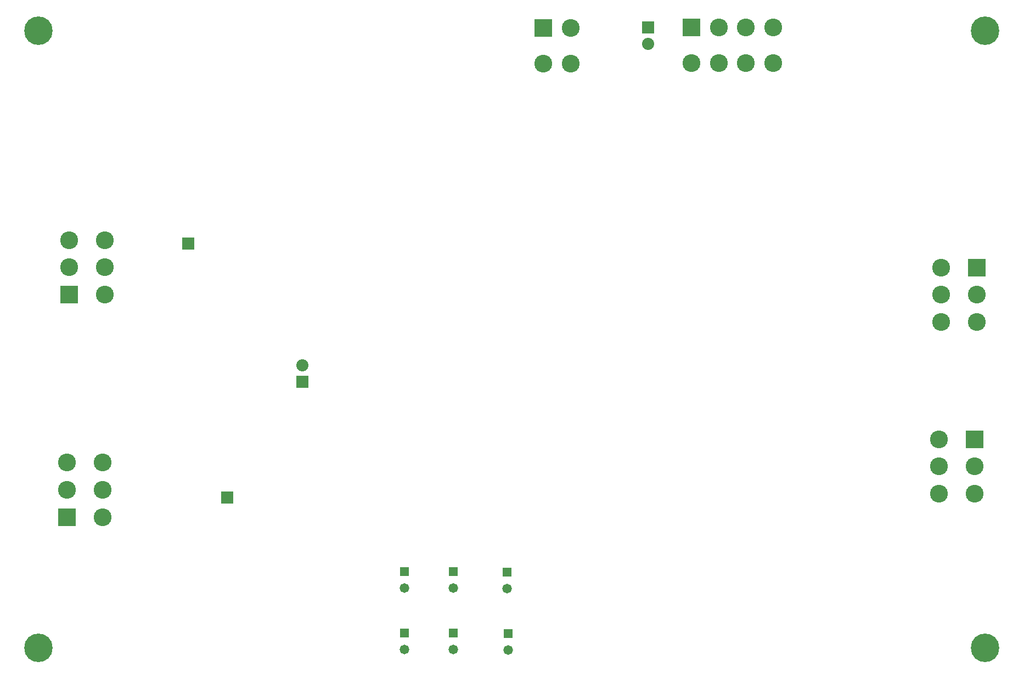
<source format=gbs>
G04*
G04 #@! TF.GenerationSoftware,Altium Limited,Altium Designer,24.2.2 (26)*
G04*
G04 Layer_Color=16711935*
%FSLAX44Y44*%
%MOMM*%
G71*
G04*
G04 #@! TF.SameCoordinates,1BD910DE-209E-4C6D-8DAE-2763C1CA0569*
G04*
G04*
G04 #@! TF.FilePolarity,Negative*
G04*
G01*
G75*
%ADD42R,2.7432X2.7432*%
%ADD49C,2.7432*%
%ADD50R,2.7432X2.7432*%
%ADD51R,1.9812X1.9812*%
%ADD52R,1.8732X1.8732*%
%ADD53C,1.8732*%
%ADD54C,1.4732*%
%ADD55R,1.4732X1.4732*%
%ADD56C,4.4000*%
D42*
X1032755Y982893D02*
D03*
X804262Y981615D02*
D03*
D49*
X127500Y654300D02*
D03*
X72500D02*
D03*
Y612300D02*
D03*
X127500D02*
D03*
Y570300D02*
D03*
X124100Y226800D02*
D03*
Y268800D02*
D03*
X69100D02*
D03*
Y310800D02*
D03*
X124100D02*
D03*
X1074755Y982893D02*
D03*
X1116755D02*
D03*
X1158755D02*
D03*
X1032755Y927893D02*
D03*
X1074755D02*
D03*
X1116755D02*
D03*
X1158755D02*
D03*
X846262Y926615D02*
D03*
X804262D02*
D03*
X846262Y981615D02*
D03*
X1417500Y528000D02*
D03*
X1472500D02*
D03*
Y570000D02*
D03*
X1417500D02*
D03*
Y612000D02*
D03*
X1414500Y347000D02*
D03*
Y305000D02*
D03*
X1469500D02*
D03*
Y263000D02*
D03*
X1414500D02*
D03*
D50*
X72500Y570300D02*
D03*
X69100Y226800D02*
D03*
X1472500Y612000D02*
D03*
X1469500Y347000D02*
D03*
D51*
X316000Y257000D02*
D03*
X256000Y649300D02*
D03*
D52*
X966000Y983000D02*
D03*
X432600Y435300D02*
D03*
D53*
X966000Y957600D02*
D03*
X432600Y460700D02*
D03*
D54*
X749400Y21900D02*
D03*
X590000Y117300D02*
D03*
X665000D02*
D03*
X590000Y22300D02*
D03*
X665000D02*
D03*
X748400Y116900D02*
D03*
D55*
X749400Y47300D02*
D03*
X590000Y142700D02*
D03*
X665000D02*
D03*
X590000Y47700D02*
D03*
X665000D02*
D03*
X748400Y142300D02*
D03*
D56*
X1485900Y25400D02*
D03*
Y977900D02*
D03*
X25400D02*
D03*
Y25400D02*
D03*
M02*

</source>
